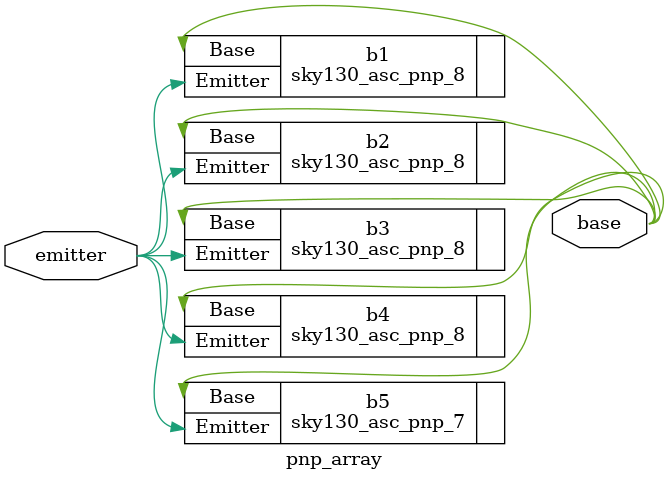
<source format=v>
module core (
    input clk,
    output va,
    output vb
 );
 supply1 power;
 supply0 ground;
 wire vbneg, l6, l7, l8, l10, l11;

 resistor R6 (
     .rin(l6),
     .rout(va)
 );
 resistor R7 (
     .rin(l6),
     .rout(l7)
 );
 resistor R8 (
     .rin(l7),
     .rout(l8)
 );
 resistor R10 (
     .rin(l8),
     .rout(l10)
 );
 resistor R11 (
     .rin(l10),
     .rout(l11)
 );
 sky130_asc_res_2 R9 (
     .Rin(l11),
     .Rout(ground)
 );

 sky130_asc_pnp_0 pnp_va (
     .Emitter(va),
     .Base(ground),
     .Collector(ground)
 );

 resistor R3 (
     .rin(vb),
     .rout(vbneg)
 );

 pnp_array pnp_vb (
     .emitter(vbneg),
     .base(ground)
 );

 wire l1, l2, l4, l5, l12;
 resistor R1 (
     .rin(l1),
     .rout(vb)
 );
 resistor R2 (
     .rin(l1),
     .rout(l2)
 );
 resistor R4 (
     .rin(l2),
     .rout(l4)
 );
 resistor R5 (
     .rin(l4),
     .rout(l5)
 );
 resistor R12 (
     .rin(l5),
     .rout(l12)
 );
 sky130_asc_res_2 R13 (
     .Rin(l12),
     .Rout(ground)
 );

endmodule

module resistor (
    input rin,
    output rout
  );
  wire l;
  sky130_asc_res sub1(
      .Rin(rin),
      .Rout(l)
  );
  sky130_asc_res sub2(
      .Rin(l),
      .Rout(rout)
  );
endmodule

module pnp_array (
    input emitter,
    output base
 );
 sky130_asc_pnp_8 b1(
     .Emitter(emitter),
     .Base(base)
 );
 sky130_asc_pnp_8 b2(
     .Emitter(emitter),
     .Base(base)
 );
 sky130_asc_pnp_8 b3(
     .Emitter(emitter),
     .Base(base)
 );
 sky130_asc_pnp_8 b4(
     .Emitter(emitter),
     .Base(base)
 );
 sky130_asc_pnp_7 b5(
     .Emitter(emitter),
     .Base(base)
 );
endmodule
</source>
